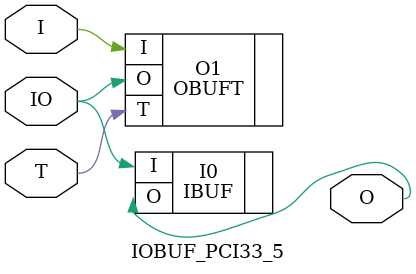
<source format=v>


`timescale  1 ps / 1 ps


module IOBUF_PCI33_5 (O, IO, I, T);

    output O;

    inout  IO;

    input  I, T;

        OBUFT #(.IOSTANDARD("PCI33_5") ) O1 (.O(IO), .I(I), .T(T)); 
	IBUF #(.IOSTANDARD("PCI33_5"))  I0 (.O(O), .I(IO));
        

endmodule



</source>
